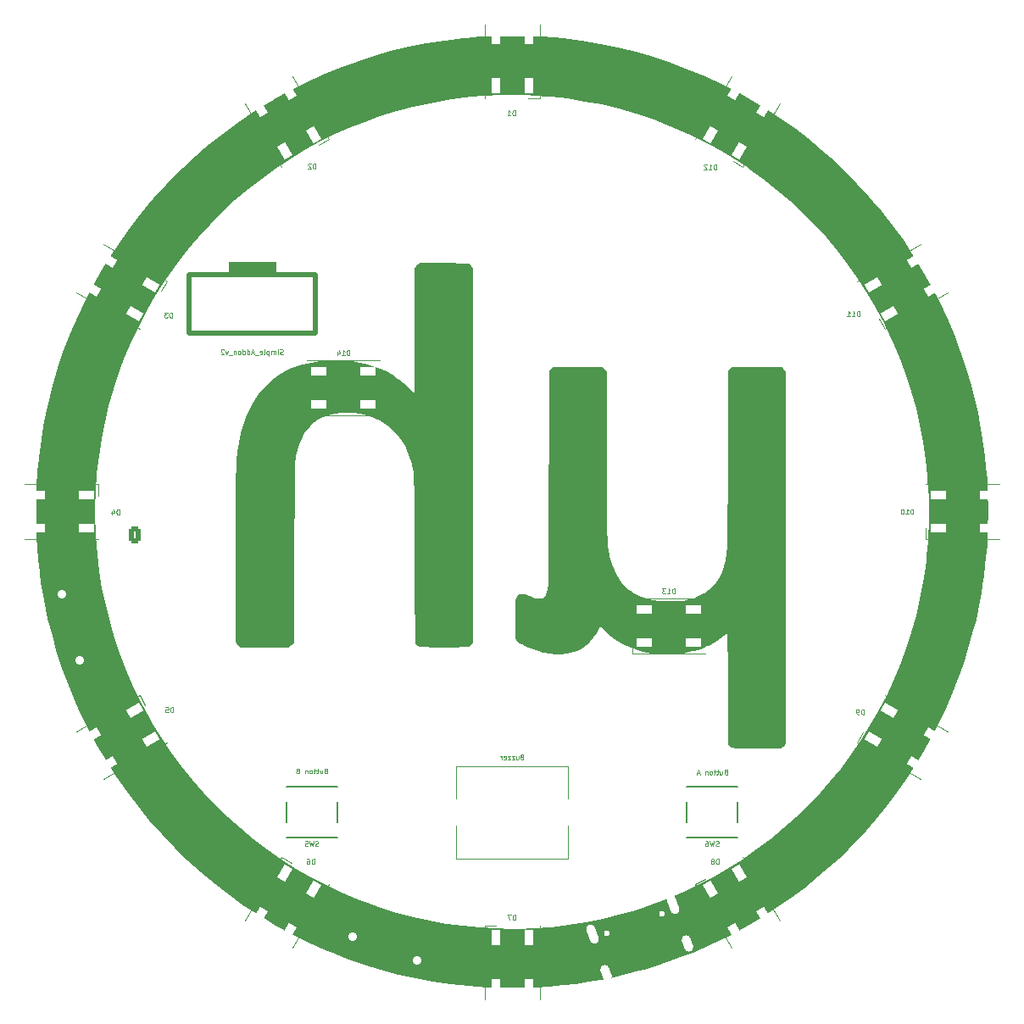
<source format=gbr>
%TF.GenerationSoftware,KiCad,Pcbnew,(6.0.8)*%
%TF.CreationDate,2022-10-27T23:25:15+02:00*%
%TF.ProjectId,Badge,42616467-652e-46b6-9963-61645f706362,rev?*%
%TF.SameCoordinates,Original*%
%TF.FileFunction,Legend,Bot*%
%TF.FilePolarity,Positive*%
%FSLAX46Y46*%
G04 Gerber Fmt 4.6, Leading zero omitted, Abs format (unit mm)*
G04 Created by KiCad (PCBNEW (6.0.8)) date 2022-10-27 23:25:15*
%MOMM*%
%LPD*%
G01*
G04 APERTURE LIST*
G04 Aperture macros list*
%AMRoundRect*
0 Rectangle with rounded corners*
0 $1 Rounding radius*
0 $2 $3 $4 $5 $6 $7 $8 $9 X,Y pos of 4 corners*
0 Add a 4 corners polygon primitive as box body*
4,1,4,$2,$3,$4,$5,$6,$7,$8,$9,$2,$3,0*
0 Add four circle primitives for the rounded corners*
1,1,$1+$1,$2,$3*
1,1,$1+$1,$4,$5*
1,1,$1+$1,$6,$7*
1,1,$1+$1,$8,$9*
0 Add four rect primitives between the rounded corners*
20,1,$1+$1,$2,$3,$4,$5,0*
20,1,$1+$1,$4,$5,$6,$7,0*
20,1,$1+$1,$6,$7,$8,$9,0*
20,1,$1+$1,$8,$9,$2,$3,0*%
%AMHorizOval*
0 Thick line with rounded ends*
0 $1 width*
0 $2 $3 position (X,Y) of the first rounded end (center of the circle)*
0 $4 $5 position (X,Y) of the second rounded end (center of the circle)*
0 Add line between two ends*
20,1,$1,$2,$3,$4,$5,0*
0 Add two circle primitives to create the rounded ends*
1,1,$1,$2,$3*
1,1,$1,$4,$5*%
%AMRotRect*
0 Rectangle, with rotation*
0 The origin of the aperture is its center*
0 $1 length*
0 $2 width*
0 $3 Rotation angle, in degrees counterclockwise*
0 Add horizontal line*
21,1,$1,$2,0,0,$3*%
G04 Aperture macros list end*
%ADD10C,0.100000*%
%ADD11C,0.120000*%
%ADD12C,0.200000*%
%ADD13C,0.500000*%
%ADD14C,0.600000*%
%ADD15HorizOval,0.900000X-0.188111X0.516831X0.188111X-0.516831X0*%
%ADD16HorizOval,0.900000X-0.136808X0.375877X0.136808X-0.375877X0*%
%ADD17R,1.700000X1.700000*%
%ADD18O,1.700000X1.700000*%
%ADD19RoundRect,0.250000X-0.350000X-0.625000X0.350000X-0.625000X0.350000X0.625000X-0.350000X0.625000X0*%
%ADD20O,1.200000X1.750000*%
%ADD21R,1.000000X1.000000*%
%ADD22O,1.000000X1.000000*%
%ADD23R,0.850000X0.850000*%
%ADD24O,0.850000X0.850000*%
%ADD25C,0.900000*%
%ADD26RotRect,1.500000X0.900000X30.000000*%
%ADD27RotRect,1.500000X0.900000X300.000000*%
%ADD28RotRect,1.500000X0.900000X240.000000*%
%ADD29RotRect,1.500000X0.900000X330.000000*%
%ADD30RotRect,1.500000X0.900000X120.000000*%
%ADD31R,2.200000X2.200000*%
%ADD32R,0.900000X1.500000*%
%ADD33R,1.500000X0.900000*%
%ADD34RotRect,1.500000X0.900000X150.000000*%
%ADD35R,1.000000X0.750000*%
%ADD36RotRect,1.500000X0.900000X210.000000*%
%ADD37R,1.727200X1.727200*%
%ADD38C,1.727200*%
%ADD39O,1.727200X1.727200*%
%ADD40RotRect,1.500000X0.900000X60.000000*%
G04 APERTURE END LIST*
D10*
%TO.C,D5*%
X66139047Y-120016190D02*
X66139047Y-119516190D01*
X66020000Y-119516190D01*
X65948571Y-119540000D01*
X65900952Y-119587619D01*
X65877142Y-119635238D01*
X65853333Y-119730476D01*
X65853333Y-119801904D01*
X65877142Y-119897142D01*
X65900952Y-119944761D01*
X65948571Y-119992380D01*
X66020000Y-120016190D01*
X66139047Y-120016190D01*
X65400952Y-119516190D02*
X65639047Y-119516190D01*
X65662857Y-119754285D01*
X65639047Y-119730476D01*
X65591428Y-119706666D01*
X65472380Y-119706666D01*
X65424761Y-119730476D01*
X65400952Y-119754285D01*
X65377142Y-119801904D01*
X65377142Y-119920952D01*
X65400952Y-119968571D01*
X65424761Y-119992380D01*
X65472380Y-120016190D01*
X65591428Y-120016190D01*
X65639047Y-119992380D01*
X65662857Y-119968571D01*
%TO.C,D2*%
X80369047Y-65686189D02*
X80369047Y-65186189D01*
X80250000Y-65186189D01*
X80178571Y-65209999D01*
X80130952Y-65257618D01*
X80107142Y-65305237D01*
X80083333Y-65400475D01*
X80083333Y-65471903D01*
X80107142Y-65567141D01*
X80130952Y-65614760D01*
X80178571Y-65662379D01*
X80250000Y-65686189D01*
X80369047Y-65686189D01*
X79892857Y-65233808D02*
X79869047Y-65209999D01*
X79821428Y-65186189D01*
X79702380Y-65186189D01*
X79654761Y-65209999D01*
X79630952Y-65233808D01*
X79607142Y-65281427D01*
X79607142Y-65329046D01*
X79630952Y-65400475D01*
X79916666Y-65686189D01*
X79607142Y-65686189D01*
%TO.C,D12*%
X120387142Y-65766190D02*
X120387142Y-65266190D01*
X120268095Y-65266190D01*
X120196666Y-65290000D01*
X120149047Y-65337619D01*
X120125238Y-65385238D01*
X120101428Y-65480476D01*
X120101428Y-65551904D01*
X120125238Y-65647142D01*
X120149047Y-65694761D01*
X120196666Y-65742380D01*
X120268095Y-65766190D01*
X120387142Y-65766190D01*
X119625238Y-65766190D02*
X119910952Y-65766190D01*
X119768095Y-65766190D02*
X119768095Y-65266190D01*
X119815714Y-65337619D01*
X119863333Y-65385238D01*
X119910952Y-65409047D01*
X119434761Y-65313809D02*
X119410952Y-65290000D01*
X119363333Y-65266190D01*
X119244285Y-65266190D01*
X119196666Y-65290000D01*
X119172857Y-65313809D01*
X119149047Y-65361428D01*
X119149047Y-65409047D01*
X119172857Y-65480476D01*
X119458571Y-65766190D01*
X119149047Y-65766190D01*
%TO.C,D3*%
X66029047Y-80596190D02*
X66029047Y-80096190D01*
X65910000Y-80096190D01*
X65838571Y-80120000D01*
X65790952Y-80167619D01*
X65767142Y-80215238D01*
X65743333Y-80310476D01*
X65743333Y-80381904D01*
X65767142Y-80477142D01*
X65790952Y-80524761D01*
X65838571Y-80572380D01*
X65910000Y-80596190D01*
X66029047Y-80596190D01*
X65576666Y-80096190D02*
X65267142Y-80096190D01*
X65433809Y-80286666D01*
X65362380Y-80286666D01*
X65314761Y-80310476D01*
X65290952Y-80334285D01*
X65267142Y-80381904D01*
X65267142Y-80500952D01*
X65290952Y-80548571D01*
X65314761Y-80572380D01*
X65362380Y-80596190D01*
X65505238Y-80596190D01*
X65552857Y-80572380D01*
X65576666Y-80548571D01*
%TO.C,D8*%
X120629047Y-135166190D02*
X120629047Y-134666190D01*
X120510000Y-134666190D01*
X120438571Y-134690000D01*
X120390952Y-134737619D01*
X120367142Y-134785238D01*
X120343333Y-134880476D01*
X120343333Y-134951904D01*
X120367142Y-135047142D01*
X120390952Y-135094761D01*
X120438571Y-135142380D01*
X120510000Y-135166190D01*
X120629047Y-135166190D01*
X120057619Y-134880476D02*
X120105238Y-134856666D01*
X120129047Y-134832857D01*
X120152857Y-134785238D01*
X120152857Y-134761428D01*
X120129047Y-134713809D01*
X120105238Y-134690000D01*
X120057619Y-134666190D01*
X119962380Y-134666190D01*
X119914761Y-134690000D01*
X119890952Y-134713809D01*
X119867142Y-134761428D01*
X119867142Y-134785238D01*
X119890952Y-134832857D01*
X119914761Y-134856666D01*
X119962380Y-134880476D01*
X120057619Y-134880476D01*
X120105238Y-134904285D01*
X120129047Y-134928095D01*
X120152857Y-134975714D01*
X120152857Y-135070952D01*
X120129047Y-135118571D01*
X120105238Y-135142380D01*
X120057619Y-135166190D01*
X119962380Y-135166190D01*
X119914761Y-135142380D01*
X119890952Y-135118571D01*
X119867142Y-135070952D01*
X119867142Y-134975714D01*
X119890952Y-134928095D01*
X119914761Y-134904285D01*
X119962380Y-134880476D01*
%TO.C,BZ1*%
X100964285Y-124464285D02*
X100892857Y-124488095D01*
X100869047Y-124511904D01*
X100845238Y-124559523D01*
X100845238Y-124630952D01*
X100869047Y-124678571D01*
X100892857Y-124702380D01*
X100940476Y-124726190D01*
X101130952Y-124726190D01*
X101130952Y-124226190D01*
X100964285Y-124226190D01*
X100916666Y-124250000D01*
X100892857Y-124273809D01*
X100869047Y-124321428D01*
X100869047Y-124369047D01*
X100892857Y-124416666D01*
X100916666Y-124440476D01*
X100964285Y-124464285D01*
X101130952Y-124464285D01*
X100416666Y-124392857D02*
X100416666Y-124726190D01*
X100630952Y-124392857D02*
X100630952Y-124654761D01*
X100607142Y-124702380D01*
X100559523Y-124726190D01*
X100488095Y-124726190D01*
X100440476Y-124702380D01*
X100416666Y-124678571D01*
X100226190Y-124392857D02*
X99964285Y-124392857D01*
X100226190Y-124726190D01*
X99964285Y-124726190D01*
X99821428Y-124392857D02*
X99559523Y-124392857D01*
X99821428Y-124726190D01*
X99559523Y-124726190D01*
X99178571Y-124702380D02*
X99226190Y-124726190D01*
X99321428Y-124726190D01*
X99369047Y-124702380D01*
X99392857Y-124654761D01*
X99392857Y-124464285D01*
X99369047Y-124416666D01*
X99321428Y-124392857D01*
X99226190Y-124392857D01*
X99178571Y-124416666D01*
X99154761Y-124464285D01*
X99154761Y-124511904D01*
X99392857Y-124559523D01*
X98940476Y-124726190D02*
X98940476Y-124392857D01*
X98940476Y-124488095D02*
X98916666Y-124440476D01*
X98892857Y-124416666D01*
X98845238Y-124392857D01*
X98797619Y-124392857D01*
%TO.C,D1*%
X100309047Y-60406190D02*
X100309047Y-59906190D01*
X100190000Y-59906190D01*
X100118571Y-59930000D01*
X100070952Y-59977619D01*
X100047142Y-60025238D01*
X100023333Y-60120476D01*
X100023333Y-60191904D01*
X100047142Y-60287142D01*
X100070952Y-60334761D01*
X100118571Y-60382380D01*
X100190000Y-60406190D01*
X100309047Y-60406190D01*
X99547142Y-60406190D02*
X99832857Y-60406190D01*
X99690000Y-60406190D02*
X99690000Y-59906190D01*
X99737619Y-59977619D01*
X99785238Y-60025238D01*
X99832857Y-60049047D01*
%TO.C,D13*%
X116247142Y-108156190D02*
X116247142Y-107656190D01*
X116128095Y-107656190D01*
X116056666Y-107680000D01*
X116009047Y-107727619D01*
X115985238Y-107775238D01*
X115961428Y-107870476D01*
X115961428Y-107941904D01*
X115985238Y-108037142D01*
X116009047Y-108084761D01*
X116056666Y-108132380D01*
X116128095Y-108156190D01*
X116247142Y-108156190D01*
X115485238Y-108156190D02*
X115770952Y-108156190D01*
X115628095Y-108156190D02*
X115628095Y-107656190D01*
X115675714Y-107727619D01*
X115723333Y-107775238D01*
X115770952Y-107799047D01*
X115318571Y-107656190D02*
X115009047Y-107656190D01*
X115175714Y-107846666D01*
X115104285Y-107846666D01*
X115056666Y-107870476D01*
X115032857Y-107894285D01*
X115009047Y-107941904D01*
X115009047Y-108060952D01*
X115032857Y-108108571D01*
X115056666Y-108132380D01*
X115104285Y-108156190D01*
X115247142Y-108156190D01*
X115294761Y-108132380D01*
X115318571Y-108108571D01*
%TO.C,D9*%
X135129047Y-120206190D02*
X135129047Y-119706190D01*
X135010000Y-119706190D01*
X134938571Y-119730000D01*
X134890952Y-119777619D01*
X134867142Y-119825238D01*
X134843333Y-119920476D01*
X134843333Y-119991904D01*
X134867142Y-120087142D01*
X134890952Y-120134761D01*
X134938571Y-120182380D01*
X135010000Y-120206190D01*
X135129047Y-120206190D01*
X134605238Y-120206190D02*
X134510000Y-120206190D01*
X134462380Y-120182380D01*
X134438571Y-120158571D01*
X134390952Y-120087142D01*
X134367142Y-119991904D01*
X134367142Y-119801428D01*
X134390952Y-119753809D01*
X134414761Y-119730000D01*
X134462380Y-119706190D01*
X134557619Y-119706190D01*
X134605238Y-119730000D01*
X134629047Y-119753809D01*
X134652857Y-119801428D01*
X134652857Y-119920476D01*
X134629047Y-119968095D01*
X134605238Y-119991904D01*
X134557619Y-120015714D01*
X134462380Y-120015714D01*
X134414761Y-119991904D01*
X134390952Y-119968095D01*
X134367142Y-119920476D01*
%TO.C,SW6*%
X120634666Y-133365380D02*
X120563238Y-133389190D01*
X120444190Y-133389190D01*
X120396571Y-133365380D01*
X120372761Y-133341571D01*
X120348952Y-133293952D01*
X120348952Y-133246333D01*
X120372761Y-133198714D01*
X120396571Y-133174904D01*
X120444190Y-133151095D01*
X120539428Y-133127285D01*
X120587047Y-133103476D01*
X120610857Y-133079666D01*
X120634666Y-133032047D01*
X120634666Y-132984428D01*
X120610857Y-132936809D01*
X120587047Y-132913000D01*
X120539428Y-132889190D01*
X120420380Y-132889190D01*
X120348952Y-132913000D01*
X120182285Y-132889190D02*
X120063238Y-133389190D01*
X119968000Y-133032047D01*
X119872761Y-133389190D01*
X119753714Y-132889190D01*
X119348952Y-132889190D02*
X119444190Y-132889190D01*
X119491809Y-132913000D01*
X119515619Y-132936809D01*
X119563238Y-133008238D01*
X119587047Y-133103476D01*
X119587047Y-133293952D01*
X119563238Y-133341571D01*
X119539428Y-133365380D01*
X119491809Y-133389190D01*
X119396571Y-133389190D01*
X119348952Y-133365380D01*
X119325142Y-133341571D01*
X119301333Y-133293952D01*
X119301333Y-133174904D01*
X119325142Y-133127285D01*
X119348952Y-133103476D01*
X119396571Y-133079666D01*
X119491809Y-133079666D01*
X119539428Y-133103476D01*
X119563238Y-133127285D01*
X119587047Y-133174904D01*
X121323333Y-125954285D02*
X121251904Y-125978095D01*
X121228095Y-126001904D01*
X121204285Y-126049523D01*
X121204285Y-126120952D01*
X121228095Y-126168571D01*
X121251904Y-126192380D01*
X121299523Y-126216190D01*
X121490000Y-126216190D01*
X121490000Y-125716190D01*
X121323333Y-125716190D01*
X121275714Y-125740000D01*
X121251904Y-125763809D01*
X121228095Y-125811428D01*
X121228095Y-125859047D01*
X121251904Y-125906666D01*
X121275714Y-125930476D01*
X121323333Y-125954285D01*
X121490000Y-125954285D01*
X120775714Y-125882857D02*
X120775714Y-126216190D01*
X120990000Y-125882857D02*
X120990000Y-126144761D01*
X120966190Y-126192380D01*
X120918571Y-126216190D01*
X120847142Y-126216190D01*
X120799523Y-126192380D01*
X120775714Y-126168571D01*
X120609047Y-125882857D02*
X120418571Y-125882857D01*
X120537619Y-125716190D02*
X120537619Y-126144761D01*
X120513809Y-126192380D01*
X120466190Y-126216190D01*
X120418571Y-126216190D01*
X120323333Y-125882857D02*
X120132857Y-125882857D01*
X120251904Y-125716190D02*
X120251904Y-126144761D01*
X120228095Y-126192380D01*
X120180476Y-126216190D01*
X120132857Y-126216190D01*
X119894761Y-126216190D02*
X119942380Y-126192380D01*
X119966190Y-126168571D01*
X119990000Y-126120952D01*
X119990000Y-125978095D01*
X119966190Y-125930476D01*
X119942380Y-125906666D01*
X119894761Y-125882857D01*
X119823333Y-125882857D01*
X119775714Y-125906666D01*
X119751904Y-125930476D01*
X119728095Y-125978095D01*
X119728095Y-126120952D01*
X119751904Y-126168571D01*
X119775714Y-126192380D01*
X119823333Y-126216190D01*
X119894761Y-126216190D01*
X119513809Y-125882857D02*
X119513809Y-126216190D01*
X119513809Y-125930476D02*
X119490000Y-125906666D01*
X119442380Y-125882857D01*
X119370952Y-125882857D01*
X119323333Y-125906666D01*
X119299523Y-125954285D01*
X119299523Y-126216190D01*
X118704285Y-126073333D02*
X118466190Y-126073333D01*
X118751904Y-126216190D02*
X118585238Y-125716190D01*
X118418571Y-126216190D01*
%TO.C,D4*%
X60759047Y-100256190D02*
X60759047Y-99756190D01*
X60640000Y-99756190D01*
X60568571Y-99780000D01*
X60520952Y-99827619D01*
X60497142Y-99875238D01*
X60473333Y-99970476D01*
X60473333Y-100041904D01*
X60497142Y-100137142D01*
X60520952Y-100184761D01*
X60568571Y-100232380D01*
X60640000Y-100256190D01*
X60759047Y-100256190D01*
X60044761Y-99922857D02*
X60044761Y-100256190D01*
X60163809Y-99732380D02*
X60282857Y-100089523D01*
X59973333Y-100089523D01*
%TO.C,SW5*%
X80634666Y-133365380D02*
X80563238Y-133389190D01*
X80444190Y-133389190D01*
X80396571Y-133365380D01*
X80372761Y-133341571D01*
X80348952Y-133293952D01*
X80348952Y-133246333D01*
X80372761Y-133198714D01*
X80396571Y-133174904D01*
X80444190Y-133151095D01*
X80539428Y-133127285D01*
X80587047Y-133103476D01*
X80610857Y-133079666D01*
X80634666Y-133032047D01*
X80634666Y-132984428D01*
X80610857Y-132936809D01*
X80587047Y-132913000D01*
X80539428Y-132889190D01*
X80420380Y-132889190D01*
X80348952Y-132913000D01*
X80182285Y-132889190D02*
X80063238Y-133389190D01*
X79968000Y-133032047D01*
X79872761Y-133389190D01*
X79753714Y-132889190D01*
X79325142Y-132889190D02*
X79563238Y-132889190D01*
X79587047Y-133127285D01*
X79563238Y-133103476D01*
X79515619Y-133079666D01*
X79396571Y-133079666D01*
X79348952Y-133103476D01*
X79325142Y-133127285D01*
X79301333Y-133174904D01*
X79301333Y-133293952D01*
X79325142Y-133341571D01*
X79348952Y-133365380D01*
X79396571Y-133389190D01*
X79515619Y-133389190D01*
X79563238Y-133365380D01*
X79587047Y-133341571D01*
X81369047Y-125864285D02*
X81297619Y-125888095D01*
X81273809Y-125911904D01*
X81250000Y-125959523D01*
X81250000Y-126030952D01*
X81273809Y-126078571D01*
X81297619Y-126102380D01*
X81345238Y-126126190D01*
X81535714Y-126126190D01*
X81535714Y-125626190D01*
X81369047Y-125626190D01*
X81321428Y-125650000D01*
X81297619Y-125673809D01*
X81273809Y-125721428D01*
X81273809Y-125769047D01*
X81297619Y-125816666D01*
X81321428Y-125840476D01*
X81369047Y-125864285D01*
X81535714Y-125864285D01*
X80821428Y-125792857D02*
X80821428Y-126126190D01*
X81035714Y-125792857D02*
X81035714Y-126054761D01*
X81011904Y-126102380D01*
X80964285Y-126126190D01*
X80892857Y-126126190D01*
X80845238Y-126102380D01*
X80821428Y-126078571D01*
X80654761Y-125792857D02*
X80464285Y-125792857D01*
X80583333Y-125626190D02*
X80583333Y-126054761D01*
X80559523Y-126102380D01*
X80511904Y-126126190D01*
X80464285Y-126126190D01*
X80369047Y-125792857D02*
X80178571Y-125792857D01*
X80297619Y-125626190D02*
X80297619Y-126054761D01*
X80273809Y-126102380D01*
X80226190Y-126126190D01*
X80178571Y-126126190D01*
X79940476Y-126126190D02*
X79988095Y-126102380D01*
X80011904Y-126078571D01*
X80035714Y-126030952D01*
X80035714Y-125888095D01*
X80011904Y-125840476D01*
X79988095Y-125816666D01*
X79940476Y-125792857D01*
X79869047Y-125792857D01*
X79821428Y-125816666D01*
X79797619Y-125840476D01*
X79773809Y-125888095D01*
X79773809Y-126030952D01*
X79797619Y-126078571D01*
X79821428Y-126102380D01*
X79869047Y-126126190D01*
X79940476Y-126126190D01*
X79559523Y-125792857D02*
X79559523Y-126126190D01*
X79559523Y-125840476D02*
X79535714Y-125816666D01*
X79488095Y-125792857D01*
X79416666Y-125792857D01*
X79369047Y-125816666D01*
X79345238Y-125864285D01*
X79345238Y-126126190D01*
X78559523Y-125864285D02*
X78488095Y-125888095D01*
X78464285Y-125911904D01*
X78440476Y-125959523D01*
X78440476Y-126030952D01*
X78464285Y-126078571D01*
X78488095Y-126102380D01*
X78535714Y-126126190D01*
X78726190Y-126126190D01*
X78726190Y-125626190D01*
X78559523Y-125626190D01*
X78511904Y-125650000D01*
X78488095Y-125673809D01*
X78464285Y-125721428D01*
X78464285Y-125769047D01*
X78488095Y-125816666D01*
X78511904Y-125840476D01*
X78559523Y-125864285D01*
X78726190Y-125864285D01*
%TO.C,D7*%
X100349047Y-140766190D02*
X100349047Y-140266190D01*
X100230000Y-140266190D01*
X100158571Y-140290000D01*
X100110952Y-140337619D01*
X100087142Y-140385238D01*
X100063333Y-140480476D01*
X100063333Y-140551904D01*
X100087142Y-140647142D01*
X100110952Y-140694761D01*
X100158571Y-140742380D01*
X100230000Y-140766190D01*
X100349047Y-140766190D01*
X99896666Y-140266190D02*
X99563333Y-140266190D01*
X99777619Y-140766190D01*
%TO.C,D11*%
X134707142Y-80456189D02*
X134707142Y-79956189D01*
X134588095Y-79956189D01*
X134516666Y-79979999D01*
X134469047Y-80027618D01*
X134445238Y-80075237D01*
X134421428Y-80170475D01*
X134421428Y-80241903D01*
X134445238Y-80337141D01*
X134469047Y-80384760D01*
X134516666Y-80432379D01*
X134588095Y-80456189D01*
X134707142Y-80456189D01*
X133945238Y-80456189D02*
X134230952Y-80456189D01*
X134088095Y-80456189D02*
X134088095Y-79956189D01*
X134135714Y-80027618D01*
X134183333Y-80075237D01*
X134230952Y-80099046D01*
X133469047Y-80456189D02*
X133754761Y-80456189D01*
X133611904Y-80456189D02*
X133611904Y-79956189D01*
X133659523Y-80027618D01*
X133707142Y-80075237D01*
X133754761Y-80099046D01*
%TO.C,X1*%
X77115238Y-84232380D02*
X77043809Y-84256190D01*
X76924761Y-84256190D01*
X76877142Y-84232380D01*
X76853333Y-84208571D01*
X76829523Y-84160952D01*
X76829523Y-84113333D01*
X76853333Y-84065714D01*
X76877142Y-84041904D01*
X76924761Y-84018095D01*
X77020000Y-83994285D01*
X77067619Y-83970476D01*
X77091428Y-83946666D01*
X77115238Y-83899047D01*
X77115238Y-83851428D01*
X77091428Y-83803809D01*
X77067619Y-83780000D01*
X77020000Y-83756190D01*
X76900952Y-83756190D01*
X76829523Y-83780000D01*
X76615238Y-84256190D02*
X76615238Y-83922857D01*
X76615238Y-83756190D02*
X76639047Y-83780000D01*
X76615238Y-83803809D01*
X76591428Y-83780000D01*
X76615238Y-83756190D01*
X76615238Y-83803809D01*
X76377142Y-84256190D02*
X76377142Y-83922857D01*
X76377142Y-83970476D02*
X76353333Y-83946666D01*
X76305714Y-83922857D01*
X76234285Y-83922857D01*
X76186666Y-83946666D01*
X76162857Y-83994285D01*
X76162857Y-84256190D01*
X76162857Y-83994285D02*
X76139047Y-83946666D01*
X76091428Y-83922857D01*
X76020000Y-83922857D01*
X75972380Y-83946666D01*
X75948571Y-83994285D01*
X75948571Y-84256190D01*
X75710476Y-83922857D02*
X75710476Y-84422857D01*
X75710476Y-83946666D02*
X75662857Y-83922857D01*
X75567619Y-83922857D01*
X75520000Y-83946666D01*
X75496190Y-83970476D01*
X75472380Y-84018095D01*
X75472380Y-84160952D01*
X75496190Y-84208571D01*
X75520000Y-84232380D01*
X75567619Y-84256190D01*
X75662857Y-84256190D01*
X75710476Y-84232380D01*
X75186666Y-84256190D02*
X75234285Y-84232380D01*
X75258095Y-84184761D01*
X75258095Y-83756190D01*
X74805714Y-84232380D02*
X74853333Y-84256190D01*
X74948571Y-84256190D01*
X74996190Y-84232380D01*
X75020000Y-84184761D01*
X75020000Y-83994285D01*
X74996190Y-83946666D01*
X74948571Y-83922857D01*
X74853333Y-83922857D01*
X74805714Y-83946666D01*
X74781904Y-83994285D01*
X74781904Y-84041904D01*
X75020000Y-84089523D01*
X74686666Y-84303809D02*
X74305714Y-84303809D01*
X74210476Y-84113333D02*
X73972380Y-84113333D01*
X74258095Y-84256190D02*
X74091428Y-83756190D01*
X73924761Y-84256190D01*
X73543809Y-84256190D02*
X73543809Y-83756190D01*
X73543809Y-84232380D02*
X73591428Y-84256190D01*
X73686666Y-84256190D01*
X73734285Y-84232380D01*
X73758095Y-84208571D01*
X73781904Y-84160952D01*
X73781904Y-84018095D01*
X73758095Y-83970476D01*
X73734285Y-83946666D01*
X73686666Y-83922857D01*
X73591428Y-83922857D01*
X73543809Y-83946666D01*
X73091428Y-84256190D02*
X73091428Y-83756190D01*
X73091428Y-84232380D02*
X73139047Y-84256190D01*
X73234285Y-84256190D01*
X73281904Y-84232380D01*
X73305714Y-84208571D01*
X73329523Y-84160952D01*
X73329523Y-84018095D01*
X73305714Y-83970476D01*
X73281904Y-83946666D01*
X73234285Y-83922857D01*
X73139047Y-83922857D01*
X73091428Y-83946666D01*
X72781904Y-84256190D02*
X72829523Y-84232380D01*
X72853333Y-84208571D01*
X72877142Y-84160952D01*
X72877142Y-84018095D01*
X72853333Y-83970476D01*
X72829523Y-83946666D01*
X72781904Y-83922857D01*
X72710476Y-83922857D01*
X72662857Y-83946666D01*
X72639047Y-83970476D01*
X72615238Y-84018095D01*
X72615238Y-84160952D01*
X72639047Y-84208571D01*
X72662857Y-84232380D01*
X72710476Y-84256190D01*
X72781904Y-84256190D01*
X72400952Y-83922857D02*
X72400952Y-84256190D01*
X72400952Y-83970476D02*
X72377142Y-83946666D01*
X72329523Y-83922857D01*
X72258095Y-83922857D01*
X72210476Y-83946666D01*
X72186666Y-83994285D01*
X72186666Y-84256190D01*
X72067619Y-84303809D02*
X71686666Y-84303809D01*
X71615238Y-83922857D02*
X71496190Y-84256190D01*
X71377142Y-83922857D01*
X71210476Y-83803809D02*
X71186666Y-83780000D01*
X71139047Y-83756190D01*
X71020000Y-83756190D01*
X70972380Y-83780000D01*
X70948571Y-83803809D01*
X70924761Y-83851428D01*
X70924761Y-83899047D01*
X70948571Y-83970476D01*
X71234285Y-84256190D01*
X70924761Y-84256190D01*
%TO.C,D10*%
X140067142Y-100216190D02*
X140067142Y-99716190D01*
X139948095Y-99716190D01*
X139876666Y-99740000D01*
X139829047Y-99787619D01*
X139805238Y-99835238D01*
X139781428Y-99930476D01*
X139781428Y-100001904D01*
X139805238Y-100097142D01*
X139829047Y-100144761D01*
X139876666Y-100192380D01*
X139948095Y-100216190D01*
X140067142Y-100216190D01*
X139305238Y-100216190D02*
X139590952Y-100216190D01*
X139448095Y-100216190D02*
X139448095Y-99716190D01*
X139495714Y-99787619D01*
X139543333Y-99835238D01*
X139590952Y-99859047D01*
X138995714Y-99716190D02*
X138948095Y-99716190D01*
X138900476Y-99740000D01*
X138876666Y-99763809D01*
X138852857Y-99811428D01*
X138829047Y-99906666D01*
X138829047Y-100025714D01*
X138852857Y-100120952D01*
X138876666Y-100168571D01*
X138900476Y-100192380D01*
X138948095Y-100216190D01*
X138995714Y-100216190D01*
X139043333Y-100192380D01*
X139067142Y-100168571D01*
X139090952Y-100120952D01*
X139114761Y-100025714D01*
X139114761Y-99906666D01*
X139090952Y-99811428D01*
X139067142Y-99763809D01*
X139043333Y-99740000D01*
X138995714Y-99716190D01*
%TO.C,D6*%
X80259047Y-135176190D02*
X80259047Y-134676190D01*
X80140000Y-134676190D01*
X80068571Y-134700000D01*
X80020952Y-134747619D01*
X79997142Y-134795238D01*
X79973333Y-134890476D01*
X79973333Y-134961904D01*
X79997142Y-135057142D01*
X80020952Y-135104761D01*
X80068571Y-135152380D01*
X80140000Y-135176190D01*
X80259047Y-135176190D01*
X79544761Y-134676190D02*
X79640000Y-134676190D01*
X79687619Y-134700000D01*
X79711428Y-134723809D01*
X79759047Y-134795238D01*
X79782857Y-134890476D01*
X79782857Y-135080952D01*
X79759047Y-135128571D01*
X79735238Y-135152380D01*
X79687619Y-135176190D01*
X79592380Y-135176190D01*
X79544761Y-135152380D01*
X79520952Y-135128571D01*
X79497142Y-135080952D01*
X79497142Y-134961904D01*
X79520952Y-134914285D01*
X79544761Y-134890476D01*
X79592380Y-134866666D01*
X79687619Y-134866666D01*
X79735238Y-134890476D01*
X79759047Y-134914285D01*
X79782857Y-134961904D01*
%TO.C,D14*%
X83777142Y-84336190D02*
X83777142Y-83836190D01*
X83658095Y-83836190D01*
X83586666Y-83860000D01*
X83539047Y-83907619D01*
X83515238Y-83955238D01*
X83491428Y-84050476D01*
X83491428Y-84121904D01*
X83515238Y-84217142D01*
X83539047Y-84264761D01*
X83586666Y-84312380D01*
X83658095Y-84336190D01*
X83777142Y-84336190D01*
X83015238Y-84336190D02*
X83300952Y-84336190D01*
X83158095Y-84336190D02*
X83158095Y-83836190D01*
X83205714Y-83907619D01*
X83253333Y-83955238D01*
X83300952Y-83979047D01*
X82586666Y-84002857D02*
X82586666Y-84336190D01*
X82705714Y-83812380D02*
X82824761Y-84169523D01*
X82515238Y-84169523D01*
D11*
%TO.C,D5*%
X59214007Y-126706570D02*
X65535993Y-123056570D01*
X62785993Y-118293430D02*
X63360993Y-119289359D01*
X56464007Y-121943430D02*
X62785993Y-118293430D01*
%TO.C,D2*%
X78056570Y-56464007D02*
X81706570Y-62785993D01*
X73293430Y-59214007D02*
X76943430Y-65535993D01*
X81706570Y-62785993D02*
X80710641Y-63360993D01*
%TO.C,D12*%
X126706570Y-59214007D02*
X123056570Y-65535993D01*
X123056570Y-65535993D02*
X122060641Y-64960993D01*
X121943430Y-56464007D02*
X118293430Y-62785993D01*
%TO.C,D3*%
X56464007Y-78056570D02*
X62785993Y-81706570D01*
X65535993Y-76943430D02*
X64960993Y-77939359D01*
X59214007Y-73293430D02*
X65535993Y-76943430D01*
%TO.C,D8*%
X126706570Y-140785993D02*
X123056570Y-134464007D01*
X121943430Y-143535993D02*
X118293430Y-137214007D01*
X118293430Y-137214007D02*
X119289359Y-136639007D01*
%TO.C,BZ1*%
X94400000Y-125400000D02*
X94400000Y-128650000D01*
X94400000Y-131350000D02*
X94400000Y-134600000D01*
X105600000Y-128650000D02*
X105600000Y-125400000D01*
X105600000Y-125400000D02*
X94400000Y-125400000D01*
X94400000Y-134600000D02*
X105600000Y-134600000D01*
X105600000Y-134600000D02*
X105600000Y-131350000D01*
%TO.C,D1*%
X97250000Y-51350000D02*
X97250000Y-58650000D01*
X102750000Y-51350000D02*
X102750000Y-58650000D01*
X102750000Y-58650000D02*
X101600000Y-58650000D01*
%TO.C,D13*%
X119290000Y-108680000D02*
X111990000Y-108680000D01*
X119290000Y-114180000D02*
X111990000Y-114180000D01*
X111990000Y-114180000D02*
X111990000Y-113030000D01*
%TO.C,D9*%
X143535993Y-121943430D02*
X137214007Y-118293430D01*
X134464007Y-123056570D02*
X135039007Y-122060641D01*
X140785993Y-126706570D02*
X134464007Y-123056570D01*
D12*
%TO.C,SW6*%
X117450000Y-129000000D02*
X117450000Y-131000000D01*
X122550000Y-129000000D02*
X122550000Y-131000000D01*
X122550000Y-132550000D02*
X117450000Y-132550000D01*
X122550000Y-127450000D02*
X117450000Y-127450000D01*
D11*
%TO.C,D4*%
X58650000Y-97250000D02*
X58650000Y-98400000D01*
X51350000Y-97250000D02*
X58650000Y-97250000D01*
X51350000Y-102750000D02*
X58650000Y-102750000D01*
D12*
%TO.C,SW5*%
X82550000Y-127450000D02*
X77450000Y-127450000D01*
X82550000Y-132550000D02*
X77450000Y-132550000D01*
X77450000Y-129000000D02*
X77450000Y-131000000D01*
X82550000Y-129000000D02*
X82550000Y-131000000D01*
D11*
%TO.C,D7*%
X97250000Y-148650000D02*
X97250000Y-141350000D01*
X102750000Y-148650000D02*
X102750000Y-141350000D01*
X97250000Y-141350000D02*
X98400000Y-141350000D01*
%TO.C,D11*%
X137214007Y-81706570D02*
X136639007Y-80710641D01*
X143535993Y-78056570D02*
X137214007Y-81706570D01*
X140785993Y-73293430D02*
X134464007Y-76943430D01*
D13*
%TO.C,X1*%
X67750000Y-76260000D02*
X67750000Y-82160000D01*
X80350000Y-76260000D02*
X67750000Y-76260000D01*
X67750000Y-82160000D02*
X80350000Y-82160000D01*
X80350000Y-82160000D02*
X80350000Y-76260000D01*
G36*
X76399500Y-76149300D02*
G01*
X71700500Y-76149300D01*
X71700500Y-75006300D01*
X76399500Y-75006300D01*
X76399500Y-76149300D01*
G37*
D10*
X76399500Y-76149300D02*
X71700500Y-76149300D01*
X71700500Y-75006300D01*
X76399500Y-75006300D01*
X76399500Y-76149300D01*
D11*
%TO.C,D10*%
X141350000Y-102750000D02*
X141350000Y-101600000D01*
X148650000Y-97250000D02*
X141350000Y-97250000D01*
X148650000Y-102750000D02*
X141350000Y-102750000D01*
%TO.C,D6*%
X73293430Y-140785993D02*
X76943430Y-134464007D01*
X78056570Y-143535993D02*
X81706570Y-137214007D01*
X76943430Y-134464007D02*
X77939359Y-135039007D01*
%TO.C,D14*%
X86820000Y-84860000D02*
X79520000Y-84860000D01*
X86820000Y-90360000D02*
X79520000Y-90360000D01*
X79520000Y-90360000D02*
X79520000Y-89210000D01*
%TO.C,G\u002A\u002A\u002A*%
G36*
X93240777Y-75150258D02*
G01*
X95663800Y-75159233D01*
X95802425Y-75270821D01*
X95841807Y-75303287D01*
X95966547Y-75425550D01*
X96047106Y-75552322D01*
X96094580Y-75705876D01*
X96120065Y-75908488D01*
X96120346Y-75913499D01*
X96121753Y-75981726D01*
X96123095Y-76119502D01*
X96124372Y-76324641D01*
X96125581Y-76594959D01*
X96126722Y-76928271D01*
X96127792Y-77322391D01*
X96128791Y-77775135D01*
X96129717Y-78284317D01*
X96130568Y-78847753D01*
X96131344Y-79463258D01*
X96132042Y-80128647D01*
X96132661Y-80841734D01*
X96133201Y-81600336D01*
X96133659Y-82402266D01*
X96134034Y-83245340D01*
X96134324Y-84127373D01*
X96134529Y-85046179D01*
X96134646Y-85999575D01*
X96134675Y-86985375D01*
X96134614Y-88001393D01*
X96134461Y-89045446D01*
X96134215Y-90115348D01*
X96133875Y-91208914D01*
X96133438Y-92323959D01*
X96132905Y-93458298D01*
X96132273Y-94609746D01*
X96121448Y-113013952D01*
X95986661Y-113186957D01*
X95967912Y-113210834D01*
X95858427Y-113337501D01*
X95760506Y-113417694D01*
X95652770Y-113465305D01*
X95513841Y-113494228D01*
X95510065Y-113494737D01*
X95434462Y-113499555D01*
X95294188Y-113503933D01*
X95096043Y-113507808D01*
X94846829Y-113511116D01*
X94553346Y-113513795D01*
X94222393Y-113515781D01*
X93860772Y-113517011D01*
X93475283Y-113517421D01*
X93072727Y-113516948D01*
X92639792Y-113516072D01*
X92231721Y-113515191D01*
X91885063Y-113513851D01*
X91594211Y-113511496D01*
X91353561Y-113507574D01*
X91157507Y-113501531D01*
X91000444Y-113492813D01*
X90876767Y-113480866D01*
X90780870Y-113465137D01*
X90707150Y-113445072D01*
X90650000Y-113420117D01*
X90603815Y-113389718D01*
X90562990Y-113353322D01*
X90521920Y-113310375D01*
X90475000Y-113260323D01*
X90348721Y-113128979D01*
X90322192Y-112400356D01*
X90320297Y-112332841D01*
X90317358Y-112177310D01*
X90314182Y-111956007D01*
X90310798Y-111672694D01*
X90307234Y-111331135D01*
X90303518Y-110935093D01*
X90299677Y-110488330D01*
X90295738Y-109994611D01*
X90291731Y-109457696D01*
X90287683Y-108881351D01*
X90283621Y-108269337D01*
X90279573Y-107625418D01*
X90275568Y-106953357D01*
X90271633Y-106256917D01*
X90267796Y-105539860D01*
X90264084Y-104805950D01*
X90260526Y-104058949D01*
X90258994Y-103725496D01*
X90255097Y-102864689D01*
X90251527Y-102071780D01*
X90248186Y-101343653D01*
X90244977Y-100677192D01*
X90241803Y-100069281D01*
X90238566Y-99516805D01*
X90235169Y-99016646D01*
X90231514Y-98565688D01*
X90227503Y-98160817D01*
X90223040Y-97798915D01*
X90218026Y-97476866D01*
X90212364Y-97191555D01*
X90205958Y-96939865D01*
X90198708Y-96718680D01*
X90190518Y-96524884D01*
X90181290Y-96355361D01*
X90170927Y-96206995D01*
X90159332Y-96076670D01*
X90146406Y-95961269D01*
X90132052Y-95857677D01*
X90116173Y-95762777D01*
X90098671Y-95673454D01*
X90079450Y-95586591D01*
X90058410Y-95499073D01*
X90035455Y-95407782D01*
X90010488Y-95309604D01*
X89983410Y-95201421D01*
X89857789Y-94743240D01*
X89619303Y-94064694D01*
X89330686Y-93437662D01*
X88991668Y-92861647D01*
X88601977Y-92336152D01*
X88161342Y-91860680D01*
X87827845Y-91560643D01*
X87307842Y-91171744D01*
X86750719Y-90843633D01*
X86155821Y-90576069D01*
X85522491Y-90368812D01*
X84850076Y-90221621D01*
X84137920Y-90134256D01*
X83385369Y-90106477D01*
X82899343Y-90123668D01*
X82351781Y-90183374D01*
X81836296Y-90283858D01*
X81360943Y-90423113D01*
X80933778Y-90599131D01*
X80562858Y-90809904D01*
X80470784Y-90874840D01*
X80263388Y-91039016D01*
X80043032Y-91232742D01*
X79828073Y-91438786D01*
X79636870Y-91639920D01*
X79487782Y-91818912D01*
X79454908Y-91863387D01*
X79200659Y-92262408D01*
X78970664Y-92725239D01*
X78766618Y-93247604D01*
X78590216Y-93825229D01*
X78443153Y-94453837D01*
X78420484Y-94572338D01*
X78384600Y-94799976D01*
X78356666Y-95045495D01*
X78334796Y-95326978D01*
X78317107Y-95662502D01*
X78315673Y-95702114D01*
X78312420Y-95839942D01*
X78309041Y-96044725D01*
X78305559Y-96312886D01*
X78301996Y-96640849D01*
X78298375Y-97025038D01*
X78294721Y-97461878D01*
X78291055Y-97947791D01*
X78287400Y-98479203D01*
X78283780Y-99052537D01*
X78280218Y-99664216D01*
X78276737Y-100310666D01*
X78273359Y-100988310D01*
X78270108Y-101693571D01*
X78267007Y-102422875D01*
X78264078Y-103172644D01*
X78261346Y-103939304D01*
X78258832Y-104719277D01*
X78233473Y-113028468D01*
X78131031Y-113169886D01*
X78079318Y-113230248D01*
X77964150Y-113333669D01*
X77838655Y-113420228D01*
X77648721Y-113529153D01*
X75281679Y-113529491D01*
X72914638Y-113529830D01*
X72751543Y-113405298D01*
X72695004Y-113357515D01*
X72581048Y-113238438D01*
X72493798Y-113119257D01*
X72399147Y-112957748D01*
X72399736Y-104810195D01*
X72399836Y-104084192D01*
X72400146Y-103143353D01*
X72400684Y-102269690D01*
X72401488Y-101460315D01*
X72402591Y-100712341D01*
X72404030Y-100022878D01*
X72405838Y-99389039D01*
X72408052Y-98807935D01*
X72410707Y-98276679D01*
X72413837Y-97792382D01*
X72417477Y-97352157D01*
X72421663Y-96953115D01*
X72426431Y-96592368D01*
X72431814Y-96267027D01*
X72437848Y-95974206D01*
X72444569Y-95711015D01*
X72452011Y-95474567D01*
X72460210Y-95261973D01*
X72469200Y-95070346D01*
X72479018Y-94896797D01*
X72489697Y-94738437D01*
X72501273Y-94592380D01*
X72513782Y-94455737D01*
X72527257Y-94325620D01*
X72567215Y-93989387D01*
X72712877Y-93059449D01*
X72904995Y-92172383D01*
X73142514Y-91332102D01*
X73424373Y-90542513D01*
X73749517Y-89807529D01*
X74070645Y-89203949D01*
X74499277Y-88527642D01*
X74973087Y-87907538D01*
X75491849Y-87343786D01*
X76055335Y-86836537D01*
X76663319Y-86385939D01*
X77315574Y-85992142D01*
X78011872Y-85655296D01*
X78751987Y-85375549D01*
X79535692Y-85153052D01*
X80362760Y-84987953D01*
X81232963Y-84880402D01*
X81244334Y-84879418D01*
X81465509Y-84865652D01*
X81736530Y-84856761D01*
X82043847Y-84852499D01*
X82373910Y-84852620D01*
X82713167Y-84856881D01*
X83048068Y-84865036D01*
X83365062Y-84876841D01*
X83650599Y-84892052D01*
X83891127Y-84910422D01*
X84073096Y-84931707D01*
X84412773Y-84988157D01*
X85275701Y-85174918D01*
X86093532Y-85416919D01*
X86865686Y-85713947D01*
X87591580Y-86065789D01*
X88270631Y-86472231D01*
X88579034Y-86682976D01*
X88873462Y-86900279D01*
X89161384Y-87131564D01*
X89460175Y-87390807D01*
X89787211Y-87691982D01*
X90246642Y-88124731D01*
X90270622Y-84332953D01*
X90270688Y-84322516D01*
X90274211Y-83737749D01*
X90277577Y-83126952D01*
X90280748Y-82499944D01*
X90283688Y-81866542D01*
X90286358Y-81236567D01*
X90288720Y-80619836D01*
X90290737Y-80026168D01*
X90292371Y-79465383D01*
X90293585Y-78947298D01*
X90294341Y-78481733D01*
X90294602Y-78078506D01*
X90294602Y-75615837D01*
X90413538Y-75459901D01*
X90455988Y-75409168D01*
X90566634Y-75301927D01*
X90675115Y-75222624D01*
X90817755Y-75141283D01*
X93240777Y-75150258D01*
G37*
G36*
X147536150Y-100589595D02*
G01*
X147532733Y-101071576D01*
X147527258Y-101534070D01*
X147519725Y-101968304D01*
X147510131Y-102365504D01*
X147498476Y-102716895D01*
X147484758Y-103013705D01*
X147468975Y-103247160D01*
X147454225Y-103419718D01*
X147357748Y-104461960D01*
X147252996Y-105445110D01*
X147138211Y-106380204D01*
X147011640Y-107278277D01*
X146871528Y-108150365D01*
X146716118Y-109007504D01*
X146543657Y-109860727D01*
X146352388Y-110721072D01*
X146140557Y-111599574D01*
X146006979Y-112122138D01*
X145571809Y-113678654D01*
X145088125Y-115201683D01*
X144551850Y-116702214D01*
X143958909Y-118191235D01*
X143305223Y-119679732D01*
X142586718Y-121178694D01*
X142084829Y-122158818D01*
X141242734Y-123694791D01*
X140357117Y-125179904D01*
X139423174Y-126621460D01*
X138436097Y-128026761D01*
X137391082Y-129403111D01*
X136283323Y-130757813D01*
X136191911Y-130865309D01*
X135366114Y-131804417D01*
X134488656Y-132748780D01*
X133574316Y-133683617D01*
X132637875Y-134594149D01*
X131694113Y-135465595D01*
X130757812Y-136283174D01*
X130588776Y-136425661D01*
X129181805Y-137560517D01*
X127730500Y-138642369D01*
X126238299Y-139669372D01*
X124708643Y-140639679D01*
X123144971Y-141551442D01*
X121550721Y-142402815D01*
X119929334Y-143191951D01*
X118284248Y-143917004D01*
X116618903Y-144576126D01*
X114936738Y-145167470D01*
X113241193Y-145689190D01*
X112700827Y-145840824D01*
X111419565Y-146176431D01*
X110157259Y-146471764D01*
X108901580Y-146728877D01*
X107640198Y-146949822D01*
X106360784Y-147136654D01*
X105051008Y-147291426D01*
X103698540Y-147416191D01*
X102291051Y-147513004D01*
X102018179Y-147525696D01*
X101648344Y-147536291D01*
X101219726Y-147542922D01*
X100739361Y-147545584D01*
X100214284Y-147544270D01*
X99651530Y-147538974D01*
X99058135Y-147529689D01*
X98441134Y-147516410D01*
X97425025Y-147479728D01*
X95664492Y-147360545D01*
X93900894Y-147171491D01*
X92138822Y-146913548D01*
X90382868Y-146587696D01*
X88637621Y-146194915D01*
X86907672Y-145736186D01*
X85197612Y-145212489D01*
X83512033Y-144624805D01*
X81855523Y-143974114D01*
X81362294Y-143765917D01*
X79666300Y-143000316D01*
X78008055Y-142173920D01*
X76388849Y-141287969D01*
X74809979Y-140343701D01*
X73272737Y-139342354D01*
X71778416Y-138285169D01*
X70328312Y-137173384D01*
X68923717Y-136008238D01*
X67565925Y-134790970D01*
X66256231Y-133522818D01*
X64995927Y-132205023D01*
X63786307Y-130838823D01*
X62628666Y-129425456D01*
X61524297Y-127966162D01*
X60474493Y-126462180D01*
X59480549Y-124914748D01*
X58543757Y-123325107D01*
X57665413Y-121694494D01*
X56846809Y-120024148D01*
X56476633Y-119211038D01*
X55771182Y-117536437D01*
X55134249Y-115843753D01*
X54565275Y-114130978D01*
X54063701Y-112396104D01*
X53628969Y-110637122D01*
X53260521Y-108852026D01*
X52957796Y-107038806D01*
X52720236Y-105195455D01*
X52693831Y-104952607D01*
X52634992Y-104377357D01*
X52585357Y-103832618D01*
X52544429Y-103306999D01*
X52511714Y-102789110D01*
X52486719Y-102267561D01*
X52468948Y-101730961D01*
X52457907Y-101167921D01*
X52453102Y-100567049D01*
X52453590Y-100228018D01*
X58366568Y-100228018D01*
X58368836Y-100667256D01*
X58373408Y-101086322D01*
X58380285Y-101472229D01*
X58389469Y-101811989D01*
X58400962Y-102092614D01*
X58422738Y-102482579D01*
X58563268Y-104218515D01*
X58773987Y-105939802D01*
X59054468Y-107644967D01*
X59404282Y-109332538D01*
X59823002Y-111001043D01*
X60310200Y-112649011D01*
X60865449Y-114274969D01*
X61488320Y-115877444D01*
X62178387Y-117454967D01*
X62935220Y-119006063D01*
X63758393Y-120529262D01*
X64117090Y-121148799D01*
X65023271Y-122612872D01*
X65987205Y-124035057D01*
X67007127Y-125413813D01*
X68081272Y-126747599D01*
X69207876Y-128034875D01*
X70385173Y-129274099D01*
X71611397Y-130463732D01*
X72884785Y-131602232D01*
X74203571Y-132688059D01*
X75565990Y-133719672D01*
X76970277Y-134695531D01*
X78414667Y-135614095D01*
X79897395Y-136473823D01*
X81416695Y-137273175D01*
X82970803Y-138010610D01*
X84557954Y-138684587D01*
X85308926Y-138976611D01*
X86901357Y-139540571D01*
X88515760Y-140038851D01*
X90147974Y-140470575D01*
X91793836Y-140834870D01*
X93449186Y-141130861D01*
X95109860Y-141357673D01*
X96771699Y-141514431D01*
X98430539Y-141600261D01*
X98799297Y-141610740D01*
X99445690Y-141625117D01*
X100041314Y-141632290D01*
X100599924Y-141632007D01*
X101135280Y-141624012D01*
X101661140Y-141608050D01*
X102191261Y-141583869D01*
X102739401Y-141551212D01*
X103319318Y-141509825D01*
X103976186Y-141454297D01*
X105672351Y-141260886D01*
X107358195Y-140996422D01*
X109031995Y-140661389D01*
X110692025Y-140256268D01*
X112336562Y-139781543D01*
X113963880Y-139237696D01*
X115572256Y-138625211D01*
X117159965Y-137944569D01*
X118725284Y-137196255D01*
X120031180Y-136509596D01*
X121526569Y-135648294D01*
X122983674Y-134726661D01*
X124400477Y-133746230D01*
X125774960Y-132708534D01*
X127105105Y-131615107D01*
X128388892Y-130467481D01*
X129624306Y-129267190D01*
X130809326Y-128015767D01*
X131725848Y-126972722D01*
X132819837Y-125631158D01*
X133854426Y-124250631D01*
X134828721Y-122832973D01*
X135741828Y-121380017D01*
X136592851Y-119893596D01*
X137380896Y-118375544D01*
X138105068Y-116827694D01*
X138764472Y-115251878D01*
X139358214Y-113649929D01*
X139885399Y-112023681D01*
X140345132Y-110374967D01*
X140736519Y-108705620D01*
X141058664Y-107017472D01*
X141130135Y-106583081D01*
X141214366Y-106031230D01*
X141290429Y-105480402D01*
X141360106Y-104915960D01*
X141425179Y-104323270D01*
X141487433Y-103687696D01*
X141548648Y-102994603D01*
X141554052Y-102926016D01*
X141569956Y-102667637D01*
X141584261Y-102350829D01*
X141596854Y-101985989D01*
X141607621Y-101583510D01*
X141616447Y-101153786D01*
X141623219Y-100707212D01*
X141627823Y-100254181D01*
X141630145Y-99805087D01*
X141630072Y-99370325D01*
X141627489Y-98960289D01*
X141622282Y-98585374D01*
X141614339Y-98255972D01*
X141603545Y-97982479D01*
X141499493Y-96451723D01*
X141315950Y-94718023D01*
X141063611Y-93005900D01*
X140742340Y-91314834D01*
X140352004Y-89644302D01*
X139892466Y-87993783D01*
X139363591Y-86362754D01*
X138765245Y-84750694D01*
X138097293Y-83157081D01*
X137359599Y-81581392D01*
X137140670Y-81143896D01*
X136327094Y-79620946D01*
X135452825Y-78136311D01*
X134519043Y-76691360D01*
X133526932Y-75287462D01*
X132477674Y-73925985D01*
X131372452Y-72608296D01*
X130212449Y-71335764D01*
X128998847Y-70109758D01*
X127732829Y-68931646D01*
X126415577Y-67802795D01*
X125048274Y-66724575D01*
X123632102Y-65698354D01*
X123580872Y-65662866D01*
X122691599Y-65068519D01*
X121748852Y-64476637D01*
X120769835Y-63897128D01*
X119771754Y-63339901D01*
X118771812Y-62814867D01*
X117787215Y-62331934D01*
X117165093Y-62044336D01*
X115571437Y-61362627D01*
X113955995Y-60749619D01*
X112319632Y-60205527D01*
X110663215Y-59730571D01*
X108987612Y-59324967D01*
X107293687Y-58988932D01*
X105582308Y-58722684D01*
X103854341Y-58526440D01*
X102110653Y-58400417D01*
X102003480Y-58395399D01*
X101710406Y-58385342D01*
X101363295Y-58377388D01*
X100974762Y-58371536D01*
X100557426Y-58367787D01*
X100123902Y-58366141D01*
X99686807Y-58366597D01*
X99258757Y-58369156D01*
X98852370Y-58373817D01*
X98480261Y-58380581D01*
X98155048Y-58389448D01*
X97889346Y-58400417D01*
X96923804Y-58461244D01*
X95193995Y-58624989D01*
X93482708Y-58858252D01*
X91788430Y-59161317D01*
X90109650Y-59534471D01*
X88444856Y-59977997D01*
X86792536Y-60492181D01*
X85489939Y-60951337D01*
X83890964Y-61583397D01*
X82321935Y-62280322D01*
X80784676Y-63040902D01*
X79281006Y-63863922D01*
X77812749Y-64748171D01*
X76381726Y-65692434D01*
X74989758Y-66695501D01*
X73638669Y-67756157D01*
X72330278Y-68873190D01*
X71066408Y-70045388D01*
X69848881Y-71271537D01*
X68679519Y-72550424D01*
X68403539Y-72868225D01*
X67303048Y-74203183D01*
X66262351Y-75577501D01*
X65282218Y-76989284D01*
X64363418Y-78436636D01*
X63506718Y-79917661D01*
X62712889Y-81430465D01*
X61982699Y-82973152D01*
X61316916Y-84543826D01*
X60716309Y-86140594D01*
X60181647Y-87761558D01*
X59713700Y-89404824D01*
X59313235Y-91068497D01*
X58981021Y-92750681D01*
X58717828Y-94449481D01*
X58524423Y-96163001D01*
X58401576Y-97889347D01*
X58401228Y-97896291D01*
X58389715Y-98183819D01*
X58380494Y-98529102D01*
X58373566Y-98919150D01*
X58368935Y-99340978D01*
X58366602Y-99781596D01*
X58366568Y-100228018D01*
X52453590Y-100228018D01*
X52454038Y-99916956D01*
X52460220Y-99206250D01*
X52461388Y-99107405D01*
X52467755Y-98637123D01*
X52475149Y-98224019D01*
X52484195Y-97855548D01*
X52495519Y-97519163D01*
X52509746Y-97202316D01*
X52527500Y-96892460D01*
X52549408Y-96577050D01*
X52576095Y-96243537D01*
X52608185Y-95879375D01*
X52646304Y-95472017D01*
X52736843Y-94604648D01*
X52981311Y-92763052D01*
X53294766Y-90942446D01*
X53677150Y-89143037D01*
X54128403Y-87365032D01*
X54648466Y-85608636D01*
X55237280Y-83874055D01*
X55894787Y-82161496D01*
X56620928Y-80471165D01*
X57415643Y-78803267D01*
X58131150Y-77423948D01*
X58939571Y-75979376D01*
X59786811Y-74580981D01*
X60678419Y-73220643D01*
X61619946Y-71890241D01*
X62616939Y-70581655D01*
X63674948Y-69286762D01*
X64799522Y-67997444D01*
X65074644Y-67697517D01*
X65426502Y-67326268D01*
X65816188Y-66925793D01*
X66234465Y-66505116D01*
X66672096Y-66073262D01*
X67119844Y-65639255D01*
X67568473Y-65212120D01*
X68008745Y-64800882D01*
X68431424Y-64414565D01*
X68827272Y-64062194D01*
X68870824Y-64024097D01*
X69783233Y-63252461D01*
X70753176Y-62479542D01*
X71767547Y-61714722D01*
X72813233Y-60967382D01*
X73877128Y-60246904D01*
X74946120Y-59562669D01*
X76007102Y-58924060D01*
X76222637Y-58799290D01*
X77843466Y-57904580D01*
X79476659Y-57080003D01*
X81124626Y-56324774D01*
X82789774Y-55638106D01*
X84474514Y-55019215D01*
X86181253Y-54467313D01*
X87912401Y-53981616D01*
X89670367Y-53561336D01*
X91457560Y-53205689D01*
X93276388Y-52913887D01*
X95129261Y-52685146D01*
X95207982Y-52676845D01*
X95587277Y-52637256D01*
X95925991Y-52603015D01*
X96232796Y-52573732D01*
X96516365Y-52549021D01*
X96785370Y-52528492D01*
X97048484Y-52511757D01*
X97314378Y-52498428D01*
X97591725Y-52488118D01*
X97889197Y-52480436D01*
X98215466Y-52474996D01*
X98579204Y-52471409D01*
X98989085Y-52469286D01*
X99453779Y-52468240D01*
X99981960Y-52467882D01*
X100129054Y-52467849D01*
X100608480Y-52467908D01*
X101026558Y-52468478D01*
X101391726Y-52469873D01*
X101712420Y-52472405D01*
X101997078Y-52476387D01*
X102254138Y-52482131D01*
X102492036Y-52489951D01*
X102719211Y-52500160D01*
X102944099Y-52513070D01*
X103175137Y-52528995D01*
X103420764Y-52548246D01*
X103689416Y-52571138D01*
X103989530Y-52597982D01*
X104329545Y-52629092D01*
X105095342Y-52705410D01*
X106941691Y-52939088D01*
X108764757Y-53240973D01*
X110565285Y-53611290D01*
X112344019Y-54050264D01*
X114101704Y-54558118D01*
X115839085Y-55135078D01*
X117556907Y-55781368D01*
X119255914Y-56497213D01*
X120936850Y-57282836D01*
X122600462Y-58138464D01*
X123192698Y-58463370D01*
X124492216Y-59218734D01*
X125788507Y-60029060D01*
X127067883Y-60885023D01*
X128316652Y-61777299D01*
X129521126Y-62696562D01*
X130667613Y-63633487D01*
X130912530Y-63842552D01*
X131814746Y-64639666D01*
X132718511Y-65479020D01*
X133610051Y-66346977D01*
X134475589Y-67229895D01*
X135301349Y-68114135D01*
X136073557Y-68986059D01*
X136912946Y-69990326D01*
X138017276Y-71404674D01*
X139068999Y-72862427D01*
X140066355Y-74360134D01*
X141007585Y-75894344D01*
X141890932Y-77461604D01*
X142714636Y-79058463D01*
X143476938Y-80681469D01*
X144176080Y-82327171D01*
X144810303Y-83992116D01*
X145377849Y-85672854D01*
X145876958Y-87365932D01*
X146305871Y-89067898D01*
X146536428Y-90116575D01*
X146742809Y-91161812D01*
X146926099Y-92212780D01*
X147088274Y-93282521D01*
X147231311Y-94384078D01*
X147357186Y-95530490D01*
X147467876Y-96734802D01*
X147474575Y-96822561D01*
X147489606Y-97085098D01*
X147502594Y-97407112D01*
X147513535Y-97779830D01*
X147522430Y-98194479D01*
X147529277Y-98642285D01*
X147534074Y-99114473D01*
X147536819Y-99602270D01*
X147537103Y-99805087D01*
X147537512Y-100096902D01*
X147536150Y-100589595D01*
G37*
G36*
X127047780Y-85625420D02*
G01*
X127104833Y-85676895D01*
X127205938Y-85789079D01*
X127276993Y-85894579D01*
X127282161Y-85905262D01*
X127287206Y-85918068D01*
X127291988Y-85934556D01*
X127296513Y-85956578D01*
X127300790Y-85985984D01*
X127304824Y-86024625D01*
X127308623Y-86074352D01*
X127312194Y-86137015D01*
X127315544Y-86214466D01*
X127318680Y-86308554D01*
X127321610Y-86421131D01*
X127324339Y-86554047D01*
X127326876Y-86709153D01*
X127329227Y-86888300D01*
X127331399Y-87093338D01*
X127333400Y-87326119D01*
X127335236Y-87588492D01*
X127336915Y-87882309D01*
X127338444Y-88209420D01*
X127339829Y-88571676D01*
X127341078Y-88970927D01*
X127342197Y-89409025D01*
X127343195Y-89887820D01*
X127344077Y-90409163D01*
X127344851Y-90974904D01*
X127345524Y-91586894D01*
X127346104Y-92246984D01*
X127346596Y-92957025D01*
X127347008Y-93718868D01*
X127347348Y-94534362D01*
X127347622Y-95405359D01*
X127347837Y-96333709D01*
X127348001Y-97321263D01*
X127348120Y-98369873D01*
X127348202Y-99481388D01*
X127348253Y-100657659D01*
X127348281Y-101900537D01*
X127348293Y-103211873D01*
X127348295Y-104593517D01*
X127348295Y-123152692D01*
X127220382Y-123320215D01*
X127165213Y-123385447D01*
X127058022Y-123488249D01*
X126958805Y-123559001D01*
X126940844Y-123568214D01*
X126910603Y-123581060D01*
X126873271Y-123591956D01*
X126823428Y-123601041D01*
X126755650Y-123608449D01*
X126664514Y-123614318D01*
X126544599Y-123618782D01*
X126390483Y-123621979D01*
X126196742Y-123624044D01*
X125957954Y-123625114D01*
X125668698Y-123625324D01*
X125323550Y-123624812D01*
X124917089Y-123623713D01*
X124443892Y-123622164D01*
X124271456Y-123621599D01*
X123812092Y-123620197D01*
X123417597Y-123618772D01*
X123082538Y-123616808D01*
X122801480Y-123613784D01*
X122568991Y-123609185D01*
X122379635Y-123602492D01*
X122227979Y-123593187D01*
X122108590Y-123580753D01*
X122016034Y-123564672D01*
X121944876Y-123544426D01*
X121889683Y-123519497D01*
X121845022Y-123489368D01*
X121805458Y-123453521D01*
X121765557Y-123411437D01*
X121719886Y-123362600D01*
X121593608Y-123231258D01*
X121565587Y-117686856D01*
X121565147Y-117600535D01*
X121561596Y-116948539D01*
X121557781Y-116322215D01*
X121553742Y-115725140D01*
X121549518Y-115160890D01*
X121545146Y-114633040D01*
X121540666Y-114145166D01*
X121536115Y-113700844D01*
X121531533Y-113303650D01*
X121526957Y-112957160D01*
X121522427Y-112664949D01*
X121517981Y-112430594D01*
X121513657Y-112257670D01*
X121509495Y-112149753D01*
X121505531Y-112110418D01*
X121467024Y-112119373D01*
X121384179Y-112170636D01*
X121266267Y-112258033D01*
X121122425Y-112375251D01*
X120842714Y-112601092D01*
X120464069Y-112870821D01*
X120060794Y-113115638D01*
X119609233Y-113350794D01*
X119481522Y-113411887D01*
X119033542Y-113607423D01*
X118588286Y-113769823D01*
X118127234Y-113904683D01*
X117631867Y-114017602D01*
X117083664Y-114114177D01*
X117008360Y-114124971D01*
X116734499Y-114153867D01*
X116410432Y-114175934D01*
X116051406Y-114191082D01*
X115672668Y-114199224D01*
X115289462Y-114200274D01*
X114917037Y-114194142D01*
X114570638Y-114180743D01*
X114265511Y-114159987D01*
X114016903Y-114131788D01*
X113877840Y-114110327D01*
X113109310Y-113959266D01*
X112390414Y-113759405D01*
X111716073Y-113508356D01*
X111081205Y-113203732D01*
X110480731Y-112843146D01*
X109909570Y-112424209D01*
X109362642Y-111944535D01*
X109233892Y-111822366D01*
X109103851Y-111699796D01*
X108995874Y-111598864D01*
X108925004Y-111533690D01*
X108812082Y-111432025D01*
X108639356Y-111750317D01*
X108429042Y-112115345D01*
X108126636Y-112563550D01*
X107806293Y-112948543D01*
X107461817Y-113275310D01*
X107087009Y-113548836D01*
X106675670Y-113774108D01*
X106221602Y-113956112D01*
X105718608Y-114099833D01*
X105713414Y-114101070D01*
X105572957Y-114133132D01*
X105449296Y-114156922D01*
X105327606Y-114173652D01*
X105193062Y-114184532D01*
X105030840Y-114190775D01*
X104826115Y-114193593D01*
X104564062Y-114194197D01*
X104334815Y-114193558D01*
X104117694Y-114190656D01*
X103943336Y-114184227D01*
X103795836Y-114173002D01*
X103659284Y-114155714D01*
X103517773Y-114131096D01*
X103355397Y-114097879D01*
X103050944Y-114025387D01*
X102690211Y-113922853D01*
X102322105Y-113802734D01*
X101957785Y-113669581D01*
X101608408Y-113527945D01*
X101285134Y-113382374D01*
X100999119Y-113237420D01*
X100761523Y-113097632D01*
X100583504Y-112967561D01*
X100546180Y-112936056D01*
X100492518Y-112890388D01*
X100447509Y-112846769D01*
X100410355Y-112799014D01*
X100380259Y-112740941D01*
X100356423Y-112666365D01*
X100338050Y-112569104D01*
X100324342Y-112442973D01*
X100314502Y-112281790D01*
X100307733Y-112079371D01*
X100303236Y-111829532D01*
X100300215Y-111526091D01*
X100297872Y-111162863D01*
X100295410Y-110733665D01*
X100293760Y-110413061D01*
X100292670Y-109980608D01*
X100293348Y-109616005D01*
X100295834Y-109316660D01*
X100300163Y-109079979D01*
X100306374Y-108903369D01*
X100314503Y-108784236D01*
X100324590Y-108719988D01*
X100377771Y-108603190D01*
X100479997Y-108459203D01*
X100605523Y-108329109D01*
X100732732Y-108238415D01*
X100769621Y-108220509D01*
X100849107Y-108192115D01*
X100935505Y-108179184D01*
X101037306Y-108183559D01*
X101163003Y-108207081D01*
X101321086Y-108251592D01*
X101520048Y-108318934D01*
X101768380Y-108410950D01*
X102074573Y-108529482D01*
X102117760Y-108546251D01*
X102278749Y-108603598D01*
X102411160Y-108637297D01*
X102544843Y-108653384D01*
X102709650Y-108657894D01*
X102725360Y-108657940D01*
X102882131Y-108655118D01*
X102989811Y-108643311D01*
X103069577Y-108618558D01*
X103142604Y-108576897D01*
X103247194Y-108481175D01*
X103363564Y-108304642D01*
X103463708Y-108069423D01*
X103544062Y-107782570D01*
X103546676Y-107770784D01*
X103558764Y-107713045D01*
X103569485Y-107653076D01*
X103578962Y-107586216D01*
X103587317Y-107507802D01*
X103594675Y-107413172D01*
X103601159Y-107297666D01*
X103606892Y-107156621D01*
X103611999Y-106985374D01*
X103616602Y-106779265D01*
X103620825Y-106533631D01*
X103624792Y-106243811D01*
X103628626Y-105905143D01*
X103632451Y-105512965D01*
X103636390Y-105062614D01*
X103640566Y-104549430D01*
X103645104Y-103968750D01*
X103646426Y-103790113D01*
X103649290Y-103352272D01*
X103652129Y-102851105D01*
X103654924Y-102292661D01*
X103657657Y-101682987D01*
X103660308Y-101028133D01*
X103662860Y-100334146D01*
X103665292Y-99607075D01*
X103667586Y-98852969D01*
X103669724Y-98077875D01*
X103671687Y-97287842D01*
X103673455Y-96488918D01*
X103675010Y-95687152D01*
X103676334Y-94888593D01*
X103677406Y-94099287D01*
X103678210Y-93325285D01*
X103678429Y-93089983D01*
X103679275Y-92379413D01*
X103680372Y-91687915D01*
X103681703Y-91019027D01*
X103683252Y-90376290D01*
X103685001Y-89763241D01*
X103686934Y-89183421D01*
X103689036Y-88640369D01*
X103691287Y-88137623D01*
X103693673Y-87678723D01*
X103696177Y-87267208D01*
X103698781Y-86906617D01*
X103701470Y-86600489D01*
X103704226Y-86352364D01*
X103707033Y-86165780D01*
X103709875Y-86044277D01*
X103712733Y-85991394D01*
X103769792Y-85815471D01*
X103883451Y-85673884D01*
X104058948Y-85564215D01*
X104065388Y-85561296D01*
X104098191Y-85548460D01*
X104138116Y-85537464D01*
X104190582Y-85528165D01*
X104261008Y-85520418D01*
X104354816Y-85514080D01*
X104477425Y-85509006D01*
X104634254Y-85505054D01*
X104830723Y-85502078D01*
X105072252Y-85499935D01*
X105364261Y-85498481D01*
X105712169Y-85497573D01*
X106121397Y-85497065D01*
X106597364Y-85496816D01*
X108991462Y-85496023D01*
X109134875Y-85609608D01*
X109172643Y-85641630D01*
X109280731Y-85751526D01*
X109365564Y-85861448D01*
X109452840Y-85999703D01*
X109455115Y-92431599D01*
X109455423Y-93074203D01*
X109456349Y-94156730D01*
X109457780Y-95169879D01*
X109459736Y-96115425D01*
X109462236Y-96995146D01*
X109465300Y-97810818D01*
X109468948Y-98564216D01*
X109473200Y-99257117D01*
X109478076Y-99891297D01*
X109483595Y-100468533D01*
X109489778Y-100990600D01*
X109496643Y-101459276D01*
X109504212Y-101876335D01*
X109512503Y-102243556D01*
X109521536Y-102562712D01*
X109531332Y-102835582D01*
X109541910Y-103063941D01*
X109553290Y-103249566D01*
X109565492Y-103394232D01*
X109578535Y-103499716D01*
X109612157Y-103705765D01*
X109752149Y-104405203D01*
X109923448Y-105043064D01*
X110127790Y-105622839D01*
X110366914Y-106148016D01*
X110642556Y-106622087D01*
X110956455Y-107048541D01*
X111310348Y-107430867D01*
X111705972Y-107772557D01*
X111855968Y-107885130D01*
X112177811Y-108101582D01*
X112506868Y-108285646D01*
X112856092Y-108442800D01*
X113238438Y-108578518D01*
X113666861Y-108698278D01*
X114154315Y-108807555D01*
X114702414Y-108918861D01*
X115911079Y-108901399D01*
X117119744Y-108883938D01*
X117642599Y-108751834D01*
X117799722Y-108710878D01*
X118165792Y-108602435D01*
X118491915Y-108483223D01*
X118801311Y-108344179D01*
X119117195Y-108176241D01*
X119243724Y-108101289D01*
X119673102Y-107793967D01*
X120060447Y-107429754D01*
X120404677Y-107010790D01*
X120704709Y-106539212D01*
X120959457Y-106017157D01*
X121167840Y-105446765D01*
X121328774Y-104830173D01*
X121441174Y-104169519D01*
X121503957Y-103466941D01*
X121505302Y-103435403D01*
X121508698Y-103308180D01*
X121512170Y-103113783D01*
X121515697Y-102855765D01*
X121519256Y-102537676D01*
X121522826Y-102163068D01*
X121526385Y-101735493D01*
X121529912Y-101258502D01*
X121533384Y-100735645D01*
X121536780Y-100170475D01*
X121540078Y-99566543D01*
X121543257Y-98927400D01*
X121546294Y-98256597D01*
X121549168Y-97557686D01*
X121551856Y-96834219D01*
X121554338Y-96089746D01*
X121556592Y-95327819D01*
X121558595Y-94551989D01*
X121559560Y-94157822D01*
X121561547Y-93397059D01*
X121563644Y-92655440D01*
X121565837Y-91936278D01*
X121568109Y-91242887D01*
X121570447Y-90578581D01*
X121572834Y-89946673D01*
X121575254Y-89350476D01*
X121577693Y-88793303D01*
X121580136Y-88278469D01*
X121582566Y-87809286D01*
X121584968Y-87389068D01*
X121587327Y-87021129D01*
X121589628Y-86708781D01*
X121591855Y-86455338D01*
X121593992Y-86264115D01*
X121596026Y-86138423D01*
X121597939Y-86081577D01*
X121610455Y-85986678D01*
X121671264Y-85805387D01*
X121782837Y-85668202D01*
X121952910Y-85563841D01*
X121958379Y-85561395D01*
X121991479Y-85548567D01*
X122031702Y-85537574D01*
X122084468Y-85528272D01*
X122155196Y-85520518D01*
X122249306Y-85514169D01*
X122372217Y-85509082D01*
X122529350Y-85505115D01*
X122726124Y-85502125D01*
X122967958Y-85499968D01*
X123260273Y-85498501D01*
X123608487Y-85497582D01*
X124018022Y-85497068D01*
X124494295Y-85496816D01*
X126889869Y-85496023D01*
X127047780Y-85625420D01*
G37*
%TD*%
%LPC*%
D14*
%TO.C,P1*%
X114939782Y-140136776D03*
X109508359Y-142113653D03*
D15*
X108000429Y-142151689D03*
X116119373Y-139196635D03*
D16*
X109426653Y-146070207D03*
X117545597Y-143115153D03*
%TD*%
D17*
%TO.C,J3*%
X80310000Y-100930000D03*
D18*
X80310000Y-103470000D03*
X80310000Y-106010000D03*
%TD*%
D19*
%TO.C,J1*%
X62320000Y-102320000D03*
D20*
X64320000Y-102320000D03*
%TD*%
D21*
%TO.C,J5*%
X100000000Y-93520000D03*
D22*
X101270000Y-93520000D03*
X100000000Y-92250000D03*
X101270000Y-92250000D03*
X100000000Y-90980000D03*
X101270000Y-90980000D03*
X100000000Y-89710000D03*
X101270000Y-89710000D03*
X100000000Y-88440000D03*
X101270000Y-88440000D03*
X100000000Y-87170000D03*
X101270000Y-87170000D03*
X100000000Y-85900000D03*
X101270000Y-85900000D03*
X100000000Y-84630000D03*
X101270000Y-84630000D03*
X100000000Y-83360000D03*
X101270000Y-83360000D03*
X100000000Y-82090000D03*
X101270000Y-82090000D03*
X100000000Y-80820000D03*
X101270000Y-80820000D03*
X100000000Y-79550000D03*
X101270000Y-79550000D03*
X100000000Y-78280000D03*
X101270000Y-78280000D03*
X100000000Y-77010000D03*
X101270000Y-77010000D03*
X100000000Y-75740000D03*
X101270000Y-75740000D03*
X100000000Y-74470000D03*
X101270000Y-74470000D03*
X100000000Y-73200000D03*
X101270000Y-73200000D03*
X100000000Y-71930000D03*
X101270000Y-71930000D03*
%TD*%
D23*
%TO.C,J2*%
X114000000Y-63000000D03*
D24*
X114000000Y-64000000D03*
X114000000Y-65000000D03*
X114000000Y-66000000D03*
%TD*%
D25*
%TO.C,SW3*%
X84085045Y-142467132D03*
X90474955Y-144792868D03*
%TD*%
D17*
%TO.C,J4*%
X129340000Y-120560000D03*
D18*
X131880000Y-120560000D03*
X129340000Y-118020000D03*
X131880000Y-118020000D03*
X129340000Y-115480000D03*
X131880000Y-115480000D03*
X129340000Y-112940000D03*
X131880000Y-112940000D03*
X129340000Y-110400000D03*
X131880000Y-110400000D03*
X129340000Y-107860000D03*
X131880000Y-107860000D03*
X129340000Y-105320000D03*
X131880000Y-105320000D03*
X129340000Y-102780000D03*
X131880000Y-102780000D03*
X129340000Y-100240000D03*
X131880000Y-100240000D03*
X129340000Y-97700000D03*
X131880000Y-97700000D03*
X129340000Y-95160000D03*
X131880000Y-95160000D03*
X129340000Y-92620000D03*
X131880000Y-92620000D03*
X129340000Y-90080000D03*
X131880000Y-90080000D03*
X129340000Y-87540000D03*
X131880000Y-87540000D03*
X129340000Y-85000000D03*
X131880000Y-85000000D03*
X129340000Y-82460000D03*
X131880000Y-82460000D03*
%TD*%
D25*
%TO.C,SW4*%
X56819985Y-114814148D03*
X55060015Y-108245852D03*
%TD*%
D26*
%TO.C,D5*%
X59703238Y-125153942D03*
X58053238Y-122296058D03*
X62296762Y-119846058D03*
X63946762Y-122703942D03*
%TD*%
D27*
%TO.C,D2*%
X74846058Y-59703238D03*
X77703942Y-58053238D03*
X80153942Y-62296762D03*
X77296058Y-63946762D03*
%TD*%
D28*
%TO.C,D12*%
X122296058Y-58053238D03*
X125153942Y-59703238D03*
X122703942Y-63946762D03*
X119846058Y-62296762D03*
%TD*%
D29*
%TO.C,D3*%
X58053238Y-77703942D03*
X59703238Y-74846058D03*
X63946762Y-77296058D03*
X62296762Y-80153942D03*
%TD*%
D30*
%TO.C,D8*%
X125153942Y-140296762D03*
X122296058Y-141946762D03*
X119846058Y-137703238D03*
X122703942Y-136053238D03*
%TD*%
D31*
%TO.C,BZ1*%
X106600000Y-130000000D03*
X93400000Y-130000000D03*
%TD*%
D32*
%TO.C,D1*%
X98350000Y-52550000D03*
X101650000Y-52550000D03*
X101650000Y-57450000D03*
X98350000Y-57450000D03*
%TD*%
D33*
%TO.C,D13*%
X118090000Y-109780000D03*
X118090000Y-113080000D03*
X113190000Y-113080000D03*
X113190000Y-109780000D03*
%TD*%
D34*
%TO.C,D9*%
X141946762Y-122296058D03*
X140296762Y-125153942D03*
X136053238Y-122703942D03*
X137703238Y-119846058D03*
%TD*%
D35*
%TO.C,SW6*%
X123000000Y-128125000D03*
X117000000Y-128125000D03*
X123000000Y-131875000D03*
X117000000Y-131875000D03*
%TD*%
D33*
%TO.C,D4*%
X52550000Y-101650000D03*
X52550000Y-98350000D03*
X57450000Y-98350000D03*
X57450000Y-101650000D03*
%TD*%
D35*
%TO.C,SW5*%
X77000000Y-128125000D03*
X83000000Y-128125000D03*
X77000000Y-131875000D03*
X83000000Y-131875000D03*
%TD*%
D32*
%TO.C,D7*%
X101650000Y-147450000D03*
X98350000Y-147450000D03*
X98350000Y-142550000D03*
X101650000Y-142550000D03*
%TD*%
D36*
%TO.C,D11*%
X140296762Y-74846058D03*
X141946762Y-77703942D03*
X137703238Y-80153942D03*
X136053238Y-77296058D03*
%TD*%
D37*
%TO.C,X1*%
X76530000Y-77960000D03*
D38*
X76530000Y-80500000D03*
D39*
X73990000Y-77960000D03*
X73990000Y-80500000D03*
D38*
X71450000Y-77960000D03*
X71450000Y-80500000D03*
%TD*%
D33*
%TO.C,D10*%
X147450000Y-98350000D03*
X147450000Y-101650000D03*
X142550000Y-101650000D03*
X142550000Y-98350000D03*
%TD*%
D40*
%TO.C,D6*%
X77703942Y-141946762D03*
X74846058Y-140296762D03*
X77296058Y-136053238D03*
X80153942Y-137703238D03*
%TD*%
D33*
%TO.C,D14*%
X85620000Y-85960000D03*
X85620000Y-89260000D03*
X80720000Y-89260000D03*
X80720000Y-85960000D03*
%TD*%
M02*

</source>
